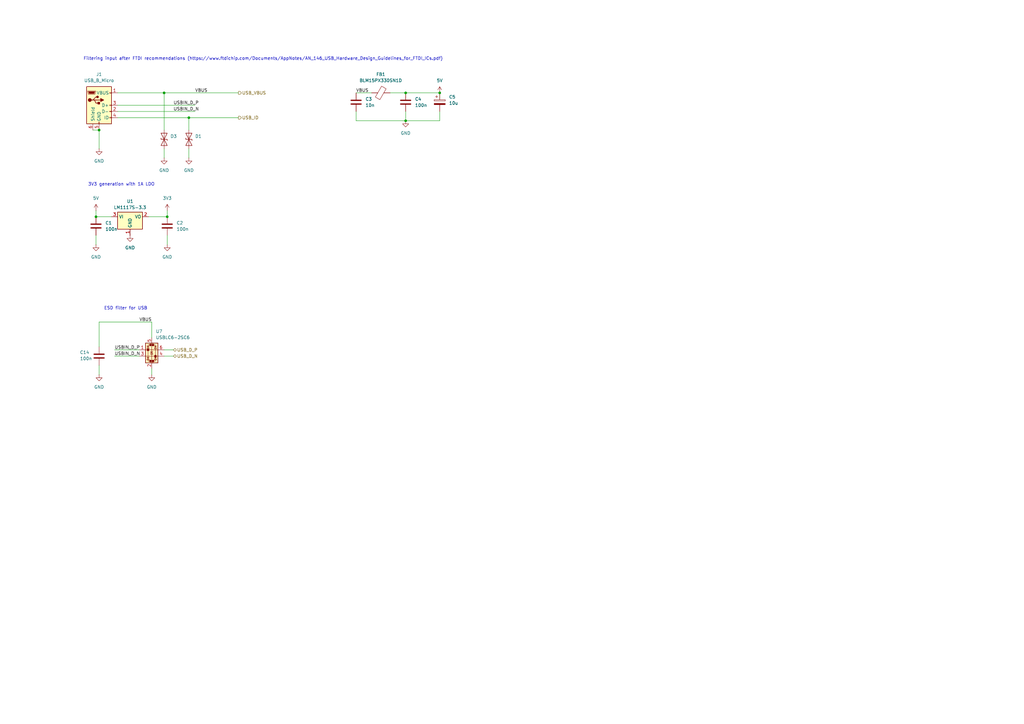
<source format=kicad_sch>
(kicad_sch (version 20231120) (generator "eeschema") (generator_version "8.0")
  (paper "A3")
  (lib_symbols
    (symbol "Connector:USB_B_Micro" (pin_names (offset 1.016))
      (property "Reference" "J" (at -5.08 11.43 0))
      (property "Value" "USB_B_Micro" (at -5.08 8.89 0))
      (symbol "USB_B_Micro_0_1"
        (rectangle (start -5.08 -7.62) (end 5.08 7.62) (stroke (width 0.254)) (fill (type background)))
        (circle (center -3.81 2.159) (radius 0.635) (stroke (width 0.254)) (fill (type outline)))
        (circle (center -0.635 3.429) (radius 0.381) (stroke (width 0.254)) (fill (type outline)))
        (rectangle (start -0.127 -7.62) (end 0.127 -6.858))
        (polyline (pts (xy -1.905 2.159) (xy 0.635 2.159)) (stroke (width 0.254)))
        (polyline (pts (xy -3.175 2.159) (xy -2.54 2.159) (xy -1.27 3.429) (xy -0.635 3.429)) (stroke (width 0.254)))
        (polyline (pts (xy -2.54 2.159) (xy -1.905 2.159) (xy -1.27 0.889) (xy 0 0.889)) (stroke (width 0.254)))
        (polyline (pts (xy 0.635 2.794) (xy 0.635 1.524) (xy 1.905 2.159) (xy 0.635 2.794)) (stroke (width 0.254)) (fill (type outline)))
        (polyline (pts (xy -4.318 5.588) (xy -1.778 5.588) (xy -2.032 4.826) (xy -4.064 4.826) (xy -4.318 5.588)) (fill (type outline)))
        (polyline (pts (xy -4.699 5.842) (xy -4.699 5.588) (xy -4.445 4.826) (xy -4.445 4.572) (xy -1.651 4.572) (xy -1.651 4.826) (xy -1.397 5.588) (xy -1.397 5.842) (xy -4.699 5.842)))
        (rectangle (start 0.254 1.27) (end -0.508 0.508) (stroke (width 0.254)) (fill (type outline)))
        (rectangle (start 5.08 -5.207) (end 4.318 -4.953))
        (rectangle (start 5.08 -2.667) (end 4.318 -2.413))
        (rectangle (start 5.08 -0.127) (end 4.318 0.127))
        (rectangle (start 5.08 4.953) (end 4.318 5.207))
      )
      (symbol "USB_B_Micro_1_1"
        (pin power_out line (at 7.62 5.08 180) (length 2.54) (name "VBUS") (number "1"))
        (pin bidirectional line (at 7.62 -2.54 180) (length 2.54) (name "D-") (number "2"))
        (pin bidirectional line (at 7.62 0 180) (length 2.54) (name "D+") (number "3"))
        (pin passive line (at 7.62 -5.08 180) (length 2.54) (name "ID") (number "4"))
        (pin power_out line (at 0 -10.16 90) (length 2.54) (name "GND") (number "5"))
        (pin passive line (at -2.54 -10.16 90) (length 2.54) (name "Shield") (number "6"))
      )
    )
    (symbol "Device:C" (pin_numbers hide) (pin_names (offset 0.254))
      (property "Reference" "C" (at 0.635 2.54 0))
      (property "Value" "C" (at 0.635 -2.54 0))
      (symbol "C_0_1"
        (polyline (pts (xy -2.032 -0.762) (xy 2.032 -0.762)) (stroke (width 0.508)))
        (polyline (pts (xy -2.032 0.762) (xy 2.032 0.762)) (stroke (width 0.508)))
      )
      (symbol "C_1_1"
        (pin passive line (at 0 3.81 270) (length 2.794) (name "~") (number "1"))
        (pin passive line (at 0 -3.81 90) (length 2.794) (name "~") (number "2"))
      )
    )
    (symbol "Device:C_Polarized" (pin_numbers hide) (pin_names (offset 0.254))
      (property "Reference" "C" (at 0.635 2.54 0))
      (property "Value" "C_Polarized" (at 0.635 -2.54 0))
      (symbol "C_Polarized_0_1"
        (rectangle (start -2.286 0.508) (end 2.286 1.016))
        (polyline (pts (xy -1.778 2.286) (xy -0.762 2.286)))
        (polyline (pts (xy -1.27 2.794) (xy -1.27 1.778)))
        (rectangle (start 2.286 -0.508) (end -2.286 -1.016) (fill (type outline)))
      )
      (symbol "C_Polarized_1_1"
        (pin passive line (at 0 3.81 270) (length 2.794) (name "~") (number "1"))
        (pin passive line (at 0 -3.81 90) (length 2.794) (name "~") (number "2"))
      )
    )
    (symbol "Device:FerriteBead" (pin_numbers hide) (pin_names (offset 0))
      (property "Reference" "FB" (at -3.81 0.635 90))
      (property "Value" "FerriteBead" (at 3.81 0 90))
      (symbol "FerriteBead_0_1"
        (polyline (pts (xy 0 -1.27) (xy 0 -1.2192)))
        (polyline (pts (xy 0 1.27) (xy 0 1.2954)))
        (polyline (pts (xy -2.7686 0.4064) (xy -1.7018 2.2606) (xy 2.7686 -0.3048) (xy 1.6764 -2.159) (xy -2.7686 0.4064)))
      )
      (symbol "FerriteBead_1_1"
        (pin passive line (at 0 3.81 270) (length 2.54) (name "~") (number "1"))
        (pin passive line (at 0 -3.81 90) (length 2.54) (name "~") (number "2"))
      )
    )
    (symbol "Diode:ESD9B5.0ST5G" (pin_numbers hide) (pin_names (offset 1.016) hide)
      (property "Reference" "D" (at 0 2.54 0))
      (property "Value" "ESD9B5.0ST5G" (at 0 -2.54 0))
      (symbol "ESD9B5.0ST5G_0_1"
        (polyline (pts (xy 1.27 0) (xy -1.27 0)))
        (polyline (pts (xy -2.54 -1.27) (xy 0 0) (xy -2.54 1.27) (xy -2.54 -1.27)) (stroke (width 0.2032)))
        (polyline (pts (xy 0.508 1.27) (xy 0 1.27) (xy 0 -1.27) (xy -0.508 -1.27)) (stroke (width 0.2032)))
        (polyline (pts (xy 2.54 1.27) (xy 2.54 -1.27) (xy 0 0) (xy 2.54 1.27)) (stroke (width 0.2032)))
      )
      (symbol "ESD9B5.0ST5G_1_1"
        (pin passive line (at -3.81 0 0) (length 2.54) (name "A1") (number "1"))
        (pin passive line (at 3.81 0 180) (length 2.54) (name "A2") (number "2"))
      )
    )
    (symbol "Power_Protection:USBLC6-2SC6" (pin_names hide)
      (property "Reference" "U" (at 0.635 5.715 0))
      (property "Value" "USBLC6-2SC6" (at 0.635 3.81 0))
      (symbol "USBLC6-2SC6_0_0"
        (circle (center -1.524 0) (radius 0.0001) (stroke (width 0.508)))
        (circle (center -0.508 -4.572) (radius 0.0001) (stroke (width 0.508)))
        (circle (center -0.508 2.032) (radius 0.0001) (stroke (width 0.508)))
        (circle (center 0.508 -4.572) (radius 0.0001) (stroke (width 0.508)))
        (circle (center 0.508 2.032) (radius 0.0001) (stroke (width 0.508)))
        (circle (center 1.524 -2.54) (radius 0.0001) (stroke (width 0.508)))
      )
      (symbol "USBLC6-2SC6_0_1"
        (polyline (pts (xy -2.54 -2.54) (xy 2.54 -2.54)))
        (polyline (pts (xy -2.54 0) (xy 2.54 0)))
        (polyline (pts (xy -2.032 -3.048) (xy -1.016 -3.048)))
        (polyline (pts (xy -1.016 1.524) (xy -2.032 1.524)))
        (polyline (pts (xy 1.016 -3.048) (xy 2.032 -3.048)))
        (polyline (pts (xy 1.016 1.524) (xy 2.032 1.524)))
        (polyline (pts (xy -0.508 -1.143) (xy -0.508 -0.762) (xy 0.508 -0.762)))
        (polyline (pts (xy -2.032 0.508) (xy -1.016 0.508) (xy -1.524 1.524) (xy -2.032 0.508)))
        (polyline (pts (xy -1.016 -4.064) (xy -2.032 -4.064) (xy -1.524 -3.048) (xy -1.016 -4.064)))
        (polyline (pts (xy 0.508 -1.778) (xy -0.508 -1.778) (xy 0 -0.762) (xy 0.508 -1.778)))
        (polyline (pts (xy 2.032 -4.064) (xy 1.016 -4.064) (xy 1.524 -3.048) (xy 2.032 -4.064)))
        (polyline (pts (xy 2.032 0.508) (xy 1.016 0.508) (xy 1.524 1.524) (xy 2.032 0.508)))
        (polyline (pts (xy 0 2.54) (xy -0.508 2.032) (xy 0.508 2.032) (xy 0 1.524) (xy 0 -4.064) (xy -0.508 -4.572) (xy 0.508 -4.572) (xy 0 -5.08)))
      )
      (symbol "USBLC6-2SC6_1_1"
        (rectangle (start -2.54 2.794) (end 2.54 -5.334) (stroke (width 0.254)) (fill (type background)))
        (polyline (pts (xy -0.508 2.032) (xy -1.524 2.032) (xy -1.524 -4.572) (xy -0.508 -4.572)))
        (polyline (pts (xy 0.508 -4.572) (xy 1.524 -4.572) (xy 1.524 2.032) (xy 0.508 2.032)))
        (pin passive line (at -5.08 0 0) (length 2.54) (name "I/O1") (number "1"))
        (pin passive line (at 0 -7.62 90) (length 2.54) (name "GND") (number "2"))
        (pin passive line (at -5.08 -2.54 0) (length 2.54) (name "I/O2") (number "3"))
        (pin passive line (at 5.08 -2.54 180) (length 2.54) (name "I/O2") (number "4"))
        (pin passive line (at 0 5.08 270) (length 2.54) (name "VBUS") (number "5"))
        (pin passive line (at 5.08 0 180) (length 2.54) (name "I/O1") (number "6"))
      )
    )
    (symbol "Regulator_Linear:LM1117S-3.3"
      (property "Reference" "U" (at -3.81 3.175 0))
      (property "Value" "LM1117S-3.3" (at 0 3.175 0))
      (symbol "LM1117S-3.3_0_1"
        (rectangle (start -5.08 -5.08) (end 5.08 1.905) (stroke (width 0.254)) (fill (type background)))
      )
      (symbol "LM1117S-3.3_1_1"
        (pin power_in line (at 0 -7.62 90) (length 2.54) (name "GND") (number "1"))
        (pin power_out line (at 7.62 0 180) (length 2.54) (name "VO") (number "2"))
        (pin power_in line (at -7.62 0 0) (length 2.54) (name "VI") (number "3"))
      )
    )
    (symbol "power:+3V3" (power) (pin_numbers hide) (pin_names (offset 0) hide)
      (property "Value" "+3V3" (at 0 3.556 0))
      (symbol "+3V3_0_1"
        (polyline (pts (xy -0.762 1.27) (xy 0 2.54)))
        (polyline (pts (xy 0 0) (xy 0 2.54)))
        (polyline (pts (xy 0 2.54) (xy 0.762 1.27)))
      )
      (symbol "+3V3_1_1"
        (pin power_in line (at 0 0 90) (length 0) (name "~") (number "1"))
      )
    )
    (symbol "power:+5V" (power) (pin_numbers hide) (pin_names (offset 0) hide)
      (property "Value" "+5V" (at 0 3.556 0))
      (symbol "+5V_0_1"
        (polyline (pts (xy -0.762 1.27) (xy 0 2.54)))
        (polyline (pts (xy 0 0) (xy 0 2.54)))
        (polyline (pts (xy 0 2.54) (xy 0.762 1.27)))
      )
      (symbol "+5V_1_1"
        (pin power_in line (at 0 0 90) (length 0) (name "~") (number "1"))
      )
    )
    (symbol "power:GND" (power) (pin_numbers hide) (pin_names (offset 0) hide)
      (property "Value" "GND" (at 0 -3.81 0))
      (symbol "GND_0_1"
        (polyline (pts (xy 0 0) (xy 0 -1.27) (xy 1.27 -1.27) (xy 0 -2.54) (xy -1.27 -1.27) (xy 0 -1.27)))
      )
      (symbol "GND_1_1"
        (pin power_in line (at 0 0 270) (length 0) (name "~") (number "1"))
      )
    )
  )
  (junction (at 68.58 88.9))
  (junction (at 39.37 88.9))
  (junction (at 77.47 48.26))
  (junction (at 180.34 38.1))
  (junction (at 67.31 38.1))
  (junction (at 40.64 53.34))
  (junction (at 166.37 49.53))
  (junction (at 166.37 38.1))
  (wire (pts (xy 67.31 60.96) (xy 67.31 64.77)))
  (wire (pts (xy 146.05 45.72) (xy 146.05 49.53)))
  (wire (pts (xy 166.37 38.1) (xy 180.34 38.1)))
  (wire (pts (xy 60.96 88.9) (xy 68.58 88.9)))
  (wire (pts (xy 67.31 38.1) (xy 97.79 38.1)))
  (wire (pts (xy 77.47 48.26) (xy 97.79 48.26)))
  (wire (pts (xy 62.23 132.08) (xy 40.64 132.08)))
  (wire (pts (xy 62.23 132.08) (xy 62.23 138.43)))
  (wire (pts (xy 180.34 49.53) (xy 180.34 45.72)))
  (wire (pts (xy 39.37 96.52) (xy 39.37 100.33)))
  (wire (pts (xy 68.58 88.9) (xy 68.58 86.36)))
  (wire (pts (xy 146.05 49.53) (xy 166.37 49.53)))
  (wire (pts (xy 48.26 38.1) (xy 67.31 38.1)))
  (wire (pts (xy 40.64 132.08) (xy 40.64 142.24)))
  (wire (pts (xy 46.99 146.05) (xy 57.15 146.05)))
  (wire (pts (xy 48.26 45.72) (xy 80.01 45.72)))
  (wire (pts (xy 77.47 48.26) (xy 77.47 53.34)))
  (wire (pts (xy 68.58 96.52) (xy 68.58 100.33)))
  (wire (pts (xy 146.05 38.1) (xy 152.4 38.1)))
  (wire (pts (xy 48.26 43.18) (xy 80.01 43.18)))
  (wire (pts (xy 46.99 143.51) (xy 57.15 143.51)))
  (wire (pts (xy 38.1 53.34) (xy 40.64 53.34)))
  (wire (pts (xy 40.64 149.86) (xy 40.64 153.67)))
  (wire (pts (xy 180.34 38.1) (xy 180.34 40.64)))
  (wire (pts (xy 67.31 38.1) (xy 67.31 53.34)))
  (wire (pts (xy 40.64 53.34) (xy 40.64 60.96)))
  (wire (pts (xy 77.47 60.96) (xy 77.47 64.77)))
  (wire (pts (xy 67.31 143.51) (xy 71.12 143.51)))
  (wire (pts (xy 67.31 146.05) (xy 71.12 146.05)))
  (wire (pts (xy 166.37 45.72) (xy 166.37 49.53)))
  (wire (pts (xy 166.37 49.53) (xy 180.34 49.53)))
  (wire (pts (xy 48.26 48.26) (xy 77.47 48.26)))
  (wire (pts (xy 39.37 86.36) (xy 39.37 88.9)))
  (wire (pts (xy 62.23 151.13) (xy 62.23 153.67)))
  (wire (pts (xy 39.37 88.9) (xy 45.72 88.9)))
  (wire (pts (xy 160.02 38.1) (xy 166.37 38.1)))
  (text "Filtering input after FTDI recommendations (https://www.ftdichip.com/Documents/AppNotes/AN_146_USB_Hardware_Design_Guidelines_for_FTDI_ICs.pdf)" (at 107.95 24.13 0) (effects (font (size 1.27 1.27))))
  (text "ESD filter for USB" (at 51.562 126.492 0) (effects (font (size 1.27 1.27))))
  (text "3V3 generation with 1A LDO" (at 49.784 75.692 0) (effects (font (size 1.27 1.27))))
  (label "VBUS" (at 146.05 38.1 0))
  (label "USBIN_D_P" (at 71.12 43.18 0))
  (label "USBIN_D_P" (at 46.99 143.51 0))
  (label "VBUS" (at 62.23 132.08 180))
  (label "USBIN_D_N" (at 71.12 45.72 0))
  (label "USBIN_D_N" (at 46.99 146.05 0))
  (label "VBUS" (at 80.01 38.1 0))
  (hierarchical_label "USB_ID" (shape output) (at 97.79 48.26 0))
  (hierarchical_label "USB_D_N" (shape bidirectional) (at 71.12 146.05 0))
  (hierarchical_label "USB_D_P" (shape bidirectional) (at 71.12 143.51 0))
  (hierarchical_label "USB_VBUS" (shape output) (at 97.79 38.1 0))
  (symbol (lib_id "power:+5V") (at 180.34 38.1 0) (unit 1)
    (property "Reference" "#PWR09" (effects (hide yes)))
    (property "Value" "5V" (at 180.34 33.02 0))
    (property "Description" "Power symbol creates a global label with name \"+5V\"" (effects (hide yes)))
  )
  (symbol (lib_id "Device:C") (at 39.37 92.71 0) (unit 1)
    (property "Reference" "C1" (at 43.18 91.4399 0) (effects (justify left)))
    (property "Value" "100n" (at 43.18 93.9799 0) (effects (justify left)))
    (property "Description" "Unpolarized capacitor" (effects (hide yes)))
  )
  (symbol (lib_id "Device:C") (at 146.05 41.91 0) (unit 1)
    (property "Reference" "C3" (at 149.86 40.6399 0) (effects (justify left)))
    (property "Value" "10n" (at 149.86 43.1799 0) (effects (justify left)))
    (property "Description" "Unpolarized capacitor" (effects (hide yes)))
  )
  (symbol (lib_id "Device:C") (at 166.37 41.91 0) (unit 1)
    (property "Reference" "C4" (at 170.18 40.6399 0) (effects (justify left)))
    (property "Value" "100n" (at 170.18 43.1799 0) (effects (justify left)))
    (property "Description" "Unpolarized capacitor" (effects (hide yes)))
  )
  (symbol (lib_id "Device:C") (at 40.64 146.05 0) (unit 1)
    (property "Reference" "C14" (at 32.766 144.526 0) (effects (justify left)))
    (property "Value" "100n" (at 32.766 147.066 0) (effects (justify left)))
    (property "Description" "Unpolarized capacitor" (effects (hide yes)))
  )
  (symbol (lib_id "Regulator_Linear:LM1117S-3.3") (at 53.34 88.9 0) (unit 1)
    (property "Reference" "U1" (at 53.34 82.55 0))
    (property "Value" "LM1117S-3.3" (at 53.34 85.09 0))
    (property "Footprint" "Package_TO_SOT_SMD:TO-263-3_TabPin2" (effects (hide yes)))
    (property "Datasheet" "http://www.ti.com/lit/ds/symlink/lm1117.pdf" (effects (hide yes)))
    (property "Description" "800mA Low-Dropout Linear Regulator, 3.3V fixed output, TO-263" (effects (hide yes)))
    (property "Sim.Device" "V" (effects (hide yes)))
    (property "Sim.Type" "DC" (effects (hide yes)))
    (property "Sim.Pins" "1=- 2=+" (effects (hide yes)))
    (property "Sim.Params" "dc=3.3" (effects (hide yes)))
  )
  (symbol (lib_id "power:GND") (at 39.37 100.33 0) (unit 1)
    (property "Reference" "#PWR02" (effects (hide yes)))
    (property "Value" "GND" (at 39.37 105.41 0))
    (property "Description" "Power symbol creates a global label with name \"GND\" , ground" (effects (hide yes)))
  )
  (symbol (lib_id "power:GND") (at 77.47 64.77 0) (unit 1)
    (property "Reference" "#PWR089" (effects (hide yes)))
    (property "Value" "GND" (at 77.47 69.85 0))
    (property "Description" "Power symbol creates a global label with name \"GND\" , ground" (effects (hide yes)))
  )
  (symbol (lib_id "power:GND") (at 53.34 96.52 0) (unit 1)
    (property "Reference" "#PWR04" (effects (hide yes)))
    (property "Value" "GND" (at 53.34 101.6 0))
    (property "Description" "Power symbol creates a global label with name \"GND\" , ground" (effects (hide yes)))
  )
  (symbol (lib_id "Diode:ESD9B5.0ST5G") (at 67.31 57.15 90) (unit 1) (exclude_from_sim yes)
    (property "Reference" "D3" (at 69.85 55.8799 90) (effects (justify right)))
    (property "Value" "ESD9B5.0ST5G" (effects (hide yes)))
    (property "Footprint" "Diode_SMD:D_SOD-923" (effects (hide yes)))
    (property "Datasheet" "https://www.onsemi.com/pub/Collateral/ESD9B-D.PDF" (effects (hide yes)))
    (property "Description" "ESD protection diode, 5.0Vrwm, SOD-923" (effects (hide yes)))
  )
  (symbol (lib_id "Diode:ESD9B5.0ST5G") (at 77.47 57.15 90) (unit 1) (exclude_from_sim yes)
    (property "Reference" "D1" (at 80.01 55.8799 90) (effects (justify right)))
    (property "Value" "ESD9B5.0ST5G" (effects (hide yes)))
    (property "Footprint" "Diode_SMD:D_SOD-923" (effects (hide yes)))
    (property "Datasheet" "https://www.onsemi.com/pub/Collateral/ESD9B-D.PDF" (effects (hide yes)))
    (property "Description" "ESD protection diode, 5.0Vrwm, SOD-923" (effects (hide yes)))
  )
  (symbol (lib_id "power:GND") (at 67.31 64.77 0) (unit 1)
    (property "Reference" "#PWR05" (effects (hide yes)))
    (property "Value" "GND" (at 67.31 69.85 0))
    (property "Description" "Power symbol creates a global label with name \"GND\" , ground" (effects (hide yes)))
  )
  (symbol (lib_id "power:GND") (at 62.23 153.67 0) (unit 1)
    (property "Reference" "#PWR033" (effects (hide yes)))
    (property "Value" "GND" (at 62.23 158.75 0))
    (property "Description" "Power symbol creates a global label with name \"GND\" , ground" (effects (hide yes)))
  )
  (symbol (lib_id "Device:C_Polarized") (at 180.34 41.91 0) (unit 1)
    (property "Reference" "C5" (at 184.15 39.7509 0) (effects (justify left)))
    (property "Value" "10u" (at 184.15 42.2909 0) (effects (justify left)))
    (property "Description" "Polarized capacitor" (effects (hide yes)))
  )
  (symbol (lib_id "power:+5V") (at 39.37 86.36 0) (unit 1)
    (property "Reference" "#PWR01" (effects (hide yes)))
    (property "Value" "5V" (at 39.37 81.28 0))
    (property "Description" "Power symbol creates a global label with name \"+5V\"" (effects (hide yes)))
  )
  (symbol (lib_id "Power_Protection:USBLC6-2SC6") (at 62.23 143.51 0) (unit 1) (exclude_from_sim yes)
    (property "Reference" "U7" (at 63.8811 135.89 0) (effects (justify left)))
    (property "Value" "USBLC6-2SC6" (at 63.8811 138.43 0) (effects (justify left)))
    (property "Footprint" "Package_TO_SOT_SMD:SOT-23-6" (effects (hide yes)))
    (property "Datasheet" "https://www.st.com/resource/en/datasheet/usblc6-2.pdf" (effects (hide yes)))
    (property "Description" "Very low capacitance ESD protection diode, 2 data-line, SOT-23-6" (effects (hide yes)))
  )
  (symbol (lib_id "power:GND") (at 68.58 100.33 0) (unit 1)
    (property "Reference" "#PWR07" (effects (hide yes)))
    (property "Value" "GND" (at 68.58 105.41 0))
    (property "Description" "Power symbol creates a global label with name \"GND\" , ground" (effects (hide yes)))
  )
  (symbol (lib_id "Device:FerriteBead") (at 156.21 38.1 90) (unit 1)
    (property "Reference" "FB1" (at 156.1592 30.48 90))
    (property "Value" "BLM15PX330SN1D" (at 156.1592 33.02 90))
    (property "Description" "Ferrite bead" (effects (hide yes)))
    (property "Sim.Library" "spice_mods/BLM15PX330SN1.mod" (effects (hide yes)))
    (property "Sim.Name" "BLM15PX330SN1" (effects (hide yes)))
    (property "Sim.Device" "SUBCKT" (effects (hide yes)))
    (property "Sim.Pins" "1=port1 2=port2" (effects (hide yes)))
  )
  (symbol (lib_id "power:GND") (at 166.37 49.53 0) (unit 1)
    (property "Reference" "#PWR08" (effects (hide yes)))
    (property "Value" "GND" (at 166.37 54.61 0))
    (property "Description" "Power symbol creates a global label with name \"GND\" , ground" (effects (hide yes)))
  )
  (symbol (lib_id "power:GND") (at 40.64 153.67 0) (unit 1)
    (property "Reference" "#PWR034" (effects (hide yes)))
    (property "Value" "GND" (at 40.64 158.75 0))
    (property "Description" "Power symbol creates a global label with name \"GND\" , ground" (effects (hide yes)))
  )
  (symbol (lib_id "Device:C") (at 68.58 92.71 0) (unit 1)
    (property "Reference" "C2" (at 72.39 91.4399 0) (effects (justify left)))
    (property "Value" "100n" (at 72.39 93.9799 0) (effects (justify left)))
    (property "Description" "Unpolarized capacitor" (effects (hide yes)))
  )
  (symbol (lib_id "power:+3V3") (at 68.58 86.36 0) (unit 1)
    (property "Reference" "#PWR06" (effects (hide yes)))
    (property "Value" "3V3" (at 68.58 81.28 0))
    (property "Description" "Power symbol creates a global label with name \"+3V3\"" (effects (hide yes)))
  )
  (symbol (lib_id "power:GND") (at 40.64 60.96 0) (unit 1)
    (property "Reference" "#PWR03" (effects (hide yes)))
    (property "Value" "GND" (at 40.64 66.04 0))
    (property "Description" "Power symbol creates a global label with name \"GND\" , ground" (effects (hide yes)))
  )
  (symbol (lib_id "Connector:USB_B_Micro") (at 40.64 43.18 0) (unit 1)
    (property "Reference" "J1" (at 40.64 30.48 0))
    (property "Value" "USB_B_Micro" (at 40.64 33.02 0))
    (property "Description" "USB Micro Type B connector" (effects (hide yes)))
    (property "Sim.Device" "V" (effects (hide yes)))
    (property "Sim.Type" "DC" (effects (hide yes)))
    (property "Sim.Pins" "1=+ 5=-" (effects (hide yes)))
    (property "Sim.Params" "dc=5V ac=0.2" (effects (hide yes)))
  )
)
</source>
